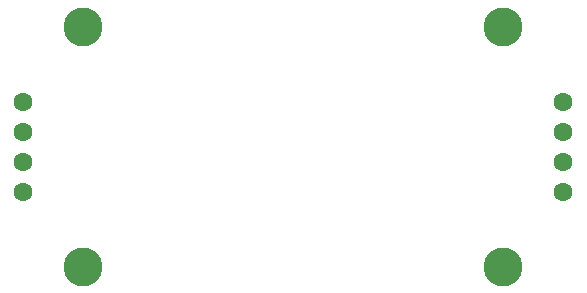
<source format=gbr>
G04 Generated by Ultiboard 14.0 *
%FSLAX33Y33*%
%MOMM*%

%ADD10C,0.001*%
%ADD11C,3.300*%
%ADD12C,1.600*%


G04 ColorRGB 9900CC for the following layer *
%LNSolder Mask Bottom*%
%LPD*%
G54D10*
G54D11*
X10160Y25400D03*
X10160Y5080D03*
X45720Y25400D03*
X45720Y5080D03*
G54D12*
X5080Y19050D03*
X5080Y13970D03*
X5080Y16510D03*
X5080Y11430D03*
X50800Y16510D03*
X50800Y11430D03*
X50800Y19050D03*
X50800Y13970D03*

M02*

</source>
